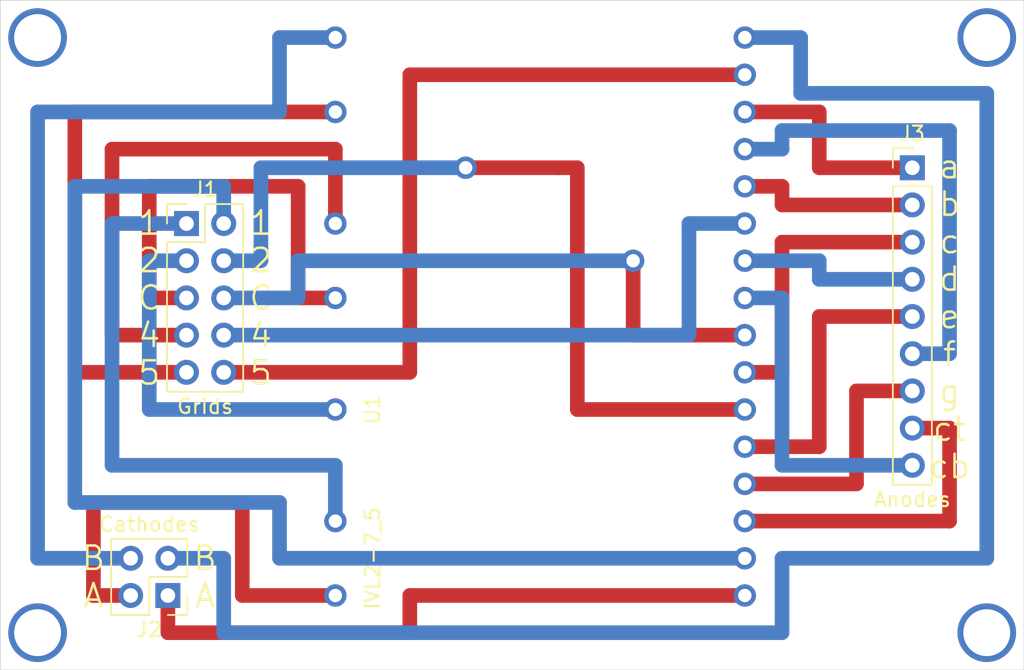
<source format=kicad_pcb>
(kicad_pcb (version 20171130) (host pcbnew "(5.1.0)-1")

  (general
    (thickness 1.6)
    (drawings 9)
    (tracks 106)
    (zones 0)
    (modules 4)
    (nets 24)
  )

  (page A4)
  (layers
    (0 F.Cu signal)
    (31 B.Cu signal)
    (32 B.Adhes user)
    (33 F.Adhes user)
    (34 B.Paste user)
    (35 F.Paste user)
    (36 B.SilkS user)
    (37 F.SilkS user)
    (38 B.Mask user)
    (39 F.Mask user)
    (40 Dwgs.User user)
    (41 Cmts.User user)
    (42 Eco1.User user)
    (43 Eco2.User user)
    (44 Edge.Cuts user)
    (45 Margin user)
    (46 B.CrtYd user)
    (47 F.CrtYd user)
    (48 B.Fab user)
    (49 F.Fab user)
  )

  (setup
    (last_trace_width 1)
    (user_trace_width 1)
    (trace_clearance 0.2)
    (zone_clearance 0.508)
    (zone_45_only no)
    (trace_min 0.2)
    (via_size 0.8)
    (via_drill 0.4)
    (via_min_size 0.4)
    (via_min_drill 0.3)
    (uvia_size 0.3)
    (uvia_drill 0.1)
    (uvias_allowed no)
    (uvia_min_size 0.2)
    (uvia_min_drill 0.1)
    (edge_width 0.05)
    (segment_width 0.2)
    (pcb_text_width 0.3)
    (pcb_text_size 1.5 1.5)
    (mod_edge_width 0.12)
    (mod_text_size 1 1)
    (mod_text_width 0.15)
    (pad_size 1.524 1.524)
    (pad_drill 0.762)
    (pad_to_mask_clearance 0.051)
    (solder_mask_min_width 0.25)
    (aux_axis_origin 0 0)
    (visible_elements 7FFFFFFF)
    (pcbplotparams
      (layerselection 0x010fc_ffffffff)
      (usegerberextensions false)
      (usegerberattributes false)
      (usegerberadvancedattributes false)
      (creategerberjobfile false)
      (excludeedgelayer true)
      (linewidth 0.100000)
      (plotframeref false)
      (viasonmask false)
      (mode 1)
      (useauxorigin false)
      (hpglpennumber 1)
      (hpglpenspeed 20)
      (hpglpendiameter 15.000000)
      (psnegative false)
      (psa4output false)
      (plotreference true)
      (plotvalue true)
      (plotinvisibletext false)
      (padsonsilk false)
      (subtractmaskfromsilk false)
      (outputformat 1)
      (mirror false)
      (drillshape 1)
      (scaleselection 1)
      (outputdirectory ""))
  )

  (net 0 "")
  (net 1 "Net-(J3-Pad9)")
  (net 2 "Net-(J3-Pad8)")
  (net 3 "Net-(J3-Pad7)")
  (net 4 "Net-(J3-Pad6)")
  (net 5 "Net-(J3-Pad5)")
  (net 6 "Net-(J3-Pad4)")
  (net 7 "Net-(J3-Pad3)")
  (net 8 "Net-(J3-Pad2)")
  (net 9 "Net-(J3-Pad1)")
  (net 10 "Net-(J2-Pad2b)")
  (net 11 "Net-(J1-Pad5a)")
  (net 12 "Net-(J1-Pad4a)")
  (net 13 "Net-(J1-Pad3a)")
  (net 14 "Net-(J1-Pad2a)")
  (net 15 "Net-(J1-Pad1a)")
  (net 16 "Net-(J2-Pad1b)")
  (net 17 "Net-(J2-Pad1a)")
  (net 18 "Net-(J1-Pad1b)")
  (net 19 "Net-(J1-Pad2b)")
  (net 20 "Net-(J1-Pad3b)")
  (net 21 "Net-(J1-Pad4b)")
  (net 22 "Net-(J1-Pad5b)")
  (net 23 "Net-(J2-Pad2a)")

  (net_class Default "This is the default net class."
    (clearance 0.2)
    (trace_width 0.25)
    (via_dia 0.8)
    (via_drill 0.4)
    (uvia_dia 0.3)
    (uvia_drill 0.1)
    (add_net "Net-(J1-Pad1a)")
    (add_net "Net-(J1-Pad1b)")
    (add_net "Net-(J1-Pad2a)")
    (add_net "Net-(J1-Pad2b)")
    (add_net "Net-(J1-Pad3a)")
    (add_net "Net-(J1-Pad3b)")
    (add_net "Net-(J1-Pad4a)")
    (add_net "Net-(J1-Pad4b)")
    (add_net "Net-(J1-Pad5a)")
    (add_net "Net-(J1-Pad5b)")
    (add_net "Net-(J2-Pad1a)")
    (add_net "Net-(J2-Pad1b)")
    (add_net "Net-(J2-Pad2a)")
    (add_net "Net-(J2-Pad2b)")
    (add_net "Net-(J3-Pad1)")
    (add_net "Net-(J3-Pad2)")
    (add_net "Net-(J3-Pad3)")
    (add_net "Net-(J3-Pad4)")
    (add_net "Net-(J3-Pad5)")
    (add_net "Net-(J3-Pad6)")
    (add_net "Net-(J3-Pad7)")
    (add_net "Net-(J3-Pad8)")
    (add_net "Net-(J3-Pad9)")
  )

  (module vfd:PinHeader_2x02_P2.54mm_Verticalab (layer F.Cu) (tedit 5CAD8518) (tstamp 5CADE4DB)
    (at 93.98 116.84 180)
    (descr "Through hole straight pin header, 2x02, 2.54mm pitch, double rows")
    (tags "Through hole pin header THT 2x02 2.54mm double row")
    (path /5CB06692)
    (fp_text reference J2 (at 1.27 -2.33 180) (layer F.SilkS)
      (effects (font (size 1 1) (thickness 0.15)))
    )
    (fp_text value Cathodes (at 1.27 4.87 180) (layer F.SilkS)
      (effects (font (size 1 1) (thickness 0.15)))
    )
    (fp_text user %R (at 1.27 1.27 270) (layer F.Fab)
      (effects (font (size 1 1) (thickness 0.15)))
    )
    (fp_line (start 4.35 -1.8) (end -1.8 -1.8) (layer F.CrtYd) (width 0.05))
    (fp_line (start 4.35 4.35) (end 4.35 -1.8) (layer F.CrtYd) (width 0.05))
    (fp_line (start -1.8 4.35) (end 4.35 4.35) (layer F.CrtYd) (width 0.05))
    (fp_line (start -1.8 -1.8) (end -1.8 4.35) (layer F.CrtYd) (width 0.05))
    (fp_line (start -1.33 -1.33) (end 0 -1.33) (layer F.SilkS) (width 0.12))
    (fp_line (start -1.33 0) (end -1.33 -1.33) (layer F.SilkS) (width 0.12))
    (fp_line (start 1.27 -1.33) (end 3.87 -1.33) (layer F.SilkS) (width 0.12))
    (fp_line (start 1.27 1.27) (end 1.27 -1.33) (layer F.SilkS) (width 0.12))
    (fp_line (start -1.33 1.27) (end 1.27 1.27) (layer F.SilkS) (width 0.12))
    (fp_line (start 3.87 -1.33) (end 3.87 3.87) (layer F.SilkS) (width 0.12))
    (fp_line (start -1.33 1.27) (end -1.33 3.87) (layer F.SilkS) (width 0.12))
    (fp_line (start -1.33 3.87) (end 3.87 3.87) (layer F.SilkS) (width 0.12))
    (fp_line (start -1.27 0) (end 0 -1.27) (layer F.Fab) (width 0.1))
    (fp_line (start -1.27 3.81) (end -1.27 0) (layer F.Fab) (width 0.1))
    (fp_line (start 3.81 3.81) (end -1.27 3.81) (layer F.Fab) (width 0.1))
    (fp_line (start 3.81 -1.27) (end 3.81 3.81) (layer F.Fab) (width 0.1))
    (fp_line (start 0 -1.27) (end 3.81 -1.27) (layer F.Fab) (width 0.1))
    (pad 2b thru_hole oval (at 2.54 2.54 180) (size 1.7 1.7) (drill 1) (layers *.Cu *.Mask)
      (net 10 "Net-(J2-Pad2b)"))
    (pad 2a thru_hole oval (at 0 2.54 180) (size 1.7 1.7) (drill 1) (layers *.Cu *.Mask)
      (net 23 "Net-(J2-Pad2a)"))
    (pad 1b thru_hole oval (at 2.54 0 180) (size 1.7 1.7) (drill 1) (layers *.Cu *.Mask)
      (net 16 "Net-(J2-Pad1b)"))
    (pad 1a thru_hole rect (at 0 0 180) (size 1.7 1.7) (drill 1) (layers *.Cu *.Mask)
      (net 17 "Net-(J2-Pad1a)"))
    (model ${KISYS3DMOD}/Connector_PinHeader_2.54mm.3dshapes/PinHeader_2x02_P2.54mm_Vertical.wrl
      (at (xyz 0 0 0))
      (scale (xyz 1 1 1))
      (rotate (xyz 0 0 0))
    )
  )

  (module vfd:PinHeader_2x05_P2.54mm_Verticalab (layer F.Cu) (tedit 5CAD8470) (tstamp 5CADE4C1)
    (at 95.25 91.44)
    (descr "Through hole straight pin header, 2x05, 2.54mm pitch, double rows")
    (tags "Through hole pin header THT 2x05 2.54mm double row")
    (path /5CB08418)
    (fp_text reference J1 (at 1.27 -2.33) (layer F.SilkS)
      (effects (font (size 1 1) (thickness 0.15)))
    )
    (fp_text value Grids (at 1.27 12.49) (layer F.SilkS)
      (effects (font (size 1 1) (thickness 0.15)))
    )
    (fp_text user %R (at 1.27 5.08 90) (layer F.Fab)
      (effects (font (size 1 1) (thickness 0.15)))
    )
    (fp_line (start 4.35 -1.8) (end -1.8 -1.8) (layer F.CrtYd) (width 0.05))
    (fp_line (start 4.35 11.95) (end 4.35 -1.8) (layer F.CrtYd) (width 0.05))
    (fp_line (start -1.8 11.95) (end 4.35 11.95) (layer F.CrtYd) (width 0.05))
    (fp_line (start -1.8 -1.8) (end -1.8 11.95) (layer F.CrtYd) (width 0.05))
    (fp_line (start -1.33 -1.33) (end 0 -1.33) (layer F.SilkS) (width 0.12))
    (fp_line (start -1.33 0) (end -1.33 -1.33) (layer F.SilkS) (width 0.12))
    (fp_line (start 1.27 -1.33) (end 3.87 -1.33) (layer F.SilkS) (width 0.12))
    (fp_line (start 1.27 1.27) (end 1.27 -1.33) (layer F.SilkS) (width 0.12))
    (fp_line (start -1.33 1.27) (end 1.27 1.27) (layer F.SilkS) (width 0.12))
    (fp_line (start 3.87 -1.33) (end 3.87 11.49) (layer F.SilkS) (width 0.12))
    (fp_line (start -1.33 1.27) (end -1.33 11.49) (layer F.SilkS) (width 0.12))
    (fp_line (start -1.33 11.49) (end 3.87 11.49) (layer F.SilkS) (width 0.12))
    (fp_line (start -1.27 0) (end 0 -1.27) (layer F.Fab) (width 0.1))
    (fp_line (start -1.27 11.43) (end -1.27 0) (layer F.Fab) (width 0.1))
    (fp_line (start 3.81 11.43) (end -1.27 11.43) (layer F.Fab) (width 0.1))
    (fp_line (start 3.81 -1.27) (end 3.81 11.43) (layer F.Fab) (width 0.1))
    (fp_line (start 0 -1.27) (end 3.81 -1.27) (layer F.Fab) (width 0.1))
    (pad 5b thru_hole oval (at 2.54 10.16) (size 1.7 1.7) (drill 1) (layers *.Cu *.Mask)
      (net 22 "Net-(J1-Pad5b)"))
    (pad 5a thru_hole oval (at 0 10.16) (size 1.7 1.7) (drill 1) (layers *.Cu *.Mask)
      (net 11 "Net-(J1-Pad5a)"))
    (pad 4b thru_hole oval (at 2.54 7.62) (size 1.7 1.7) (drill 1) (layers *.Cu *.Mask)
      (net 21 "Net-(J1-Pad4b)"))
    (pad 4a thru_hole oval (at 0 7.62) (size 1.7 1.7) (drill 1) (layers *.Cu *.Mask)
      (net 12 "Net-(J1-Pad4a)"))
    (pad 3b thru_hole oval (at 2.54 5.08) (size 1.7 1.7) (drill 1) (layers *.Cu *.Mask)
      (net 20 "Net-(J1-Pad3b)"))
    (pad 3a thru_hole oval (at 0 5.08) (size 1.7 1.7) (drill 1) (layers *.Cu *.Mask)
      (net 13 "Net-(J1-Pad3a)"))
    (pad 2b thru_hole oval (at 2.54 2.54) (size 1.7 1.7) (drill 1) (layers *.Cu *.Mask)
      (net 19 "Net-(J1-Pad2b)"))
    (pad 2a thru_hole oval (at 0 2.54) (size 1.7 1.7) (drill 1) (layers *.Cu *.Mask)
      (net 14 "Net-(J1-Pad2a)"))
    (pad 1b thru_hole oval (at 2.54 0) (size 1.7 1.7) (drill 1) (layers *.Cu *.Mask)
      (net 18 "Net-(J1-Pad1b)"))
    (pad 1a thru_hole rect (at 0 0) (size 1.7 1.7) (drill 1) (layers *.Cu *.Mask)
      (net 15 "Net-(J1-Pad1a)"))
    (model ${KISYS3DMOD}/Connector_PinHeader_2.54mm.3dshapes/PinHeader_2x05_P2.54mm_Vertical.wrl
      (at (xyz 0 0 0))
      (scale (xyz 1 1 1))
      (rotate (xyz 0 0 0))
    )
  )

  (module vfd:ILV2-7_5 (layer F.Cu) (tedit 5CAD7A49) (tstamp 5CADE513)
    (at 118.11 106.68)
    (path /5CB00048)
    (fp_text reference U1 (at -10.16 -2.54 90) (layer F.SilkS)
      (effects (font (size 1 1) (thickness 0.15)))
    )
    (fp_text value IVL2-7_5 (at -10.16 7.62 90) (layer F.SilkS)
      (effects (font (size 1 1) (thickness 0.15)))
    )
    (pad 17 thru_hole circle (at -12.7 -27.94) (size 1.524 1.524) (drill 0.914) (layers *.Cu *.Mask)
      (net 10 "Net-(J2-Pad2b)"))
    (pad 18 thru_hole circle (at -12.7 -22.86) (size 1.524 1.524) (drill 0.914) (layers *.Cu *.Mask)
      (net 11 "Net-(J1-Pad5a)"))
    (pad 19 thru_hole circle (at -12.7 -15.24) (size 1.524 1.524) (drill 0.914) (layers *.Cu *.Mask)
      (net 12 "Net-(J1-Pad4a)"))
    (pad 20 thru_hole circle (at -12.7 -10.16) (size 1.524 1.524) (drill 0.914) (layers *.Cu *.Mask)
      (net 13 "Net-(J1-Pad3a)"))
    (pad 21 thru_hole circle (at -12.7 -2.54) (size 1.524 1.524) (drill 0.914) (layers *.Cu *.Mask)
      (net 14 "Net-(J1-Pad2a)"))
    (pad 22 thru_hole circle (at -12.7 5.08) (size 1.524 1.524) (drill 0.914) (layers *.Cu *.Mask)
      (net 15 "Net-(J1-Pad1a)"))
    (pad 23 thru_hole circle (at -12.7 10.16) (size 1.524 1.524) (drill 0.914) (layers *.Cu *.Mask)
      (net 16 "Net-(J2-Pad1b)"))
    (pad 1 thru_hole circle (at 15.24 10.16) (size 1.524 1.524) (drill 0.914) (layers *.Cu *.Mask)
      (net 17 "Net-(J2-Pad1a)"))
    (pad 2 thru_hole circle (at 15.24 7.62) (size 1.524 1.524) (drill 0.914) (layers *.Cu *.Mask)
      (net 18 "Net-(J1-Pad1b)"))
    (pad 3 thru_hole circle (at 15.24 5.08) (size 1.524 1.524) (drill 0.914) (layers *.Cu *.Mask)
      (net 2 "Net-(J3-Pad8)"))
    (pad 4 thru_hole circle (at 15.24 2.54) (size 1.524 1.524) (drill 0.914) (layers *.Cu *.Mask)
      (net 3 "Net-(J3-Pad7)"))
    (pad 5 thru_hole circle (at 15.24 0) (size 1.524 1.524) (drill 0.914) (layers *.Cu *.Mask)
      (net 5 "Net-(J3-Pad5)"))
    (pad 6 thru_hole circle (at 15.24 -2.54) (size 1.524 1.524) (drill 0.914) (layers *.Cu *.Mask)
      (net 19 "Net-(J1-Pad2b)"))
    (pad 7 thru_hole circle (at 15.24 -5.08) (size 1.524 1.524) (drill 0.914) (layers *.Cu *.Mask)
      (net 7 "Net-(J3-Pad3)"))
    (pad 8 thru_hole circle (at 15.24 -7.62) (size 1.524 1.524) (drill 0.914) (layers *.Cu *.Mask)
      (net 20 "Net-(J1-Pad3b)"))
    (pad 9 thru_hole circle (at 15.24 -10.16) (size 1.524 1.524) (drill 0.914) (layers *.Cu *.Mask)
      (net 1 "Net-(J3-Pad9)"))
    (pad 10 thru_hole circle (at 15.24 -12.7) (size 1.524 1.524) (drill 0.914) (layers *.Cu *.Mask)
      (net 6 "Net-(J3-Pad4)"))
    (pad 11 thru_hole circle (at 15.24 -15.24) (size 1.524 1.524) (drill 0.914) (layers *.Cu *.Mask)
      (net 21 "Net-(J1-Pad4b)"))
    (pad 12 thru_hole circle (at 15.24 -17.78) (size 1.524 1.524) (drill 0.914) (layers *.Cu *.Mask)
      (net 8 "Net-(J3-Pad2)"))
    (pad 13 thru_hole circle (at 15.24 -20.32) (size 1.524 1.524) (drill 0.914) (layers *.Cu *.Mask)
      (net 4 "Net-(J3-Pad6)"))
    (pad 14 thru_hole circle (at 15.24 -22.86) (size 1.524 1.524) (drill 0.914) (layers *.Cu *.Mask)
      (net 9 "Net-(J3-Pad1)"))
    (pad 15 thru_hole circle (at 15.24 -25.4) (size 1.524 1.524) (drill 0.914) (layers *.Cu *.Mask)
      (net 22 "Net-(J1-Pad5b)"))
    (pad 16 thru_hole circle (at 15.24 -27.94) (size 1.524 1.524) (drill 0.914) (layers *.Cu *.Mask)
      (net 23 "Net-(J2-Pad2a)"))
  )

  (module Connector_PinHeader_2.54mm:PinHeader_1x09_P2.54mm_Vertical (layer F.Cu) (tedit 59FED5CC) (tstamp 5CADE4F8)
    (at 144.78 87.63)
    (descr "Through hole straight pin header, 1x09, 2.54mm pitch, single row")
    (tags "Through hole pin header THT 1x09 2.54mm single row")
    (path /5CB04F7A)
    (fp_text reference J3 (at 0 -2.33) (layer F.SilkS)
      (effects (font (size 1 1) (thickness 0.15)))
    )
    (fp_text value Anodes (at 0 22.65) (layer F.SilkS)
      (effects (font (size 1 1) (thickness 0.15)))
    )
    (fp_text user %R (at 0 10.16 90) (layer F.Fab)
      (effects (font (size 1 1) (thickness 0.15)))
    )
    (fp_line (start 1.8 -1.8) (end -1.8 -1.8) (layer F.CrtYd) (width 0.05))
    (fp_line (start 1.8 22.1) (end 1.8 -1.8) (layer F.CrtYd) (width 0.05))
    (fp_line (start -1.8 22.1) (end 1.8 22.1) (layer F.CrtYd) (width 0.05))
    (fp_line (start -1.8 -1.8) (end -1.8 22.1) (layer F.CrtYd) (width 0.05))
    (fp_line (start -1.33 -1.33) (end 0 -1.33) (layer F.SilkS) (width 0.12))
    (fp_line (start -1.33 0) (end -1.33 -1.33) (layer F.SilkS) (width 0.12))
    (fp_line (start -1.33 1.27) (end 1.33 1.27) (layer F.SilkS) (width 0.12))
    (fp_line (start 1.33 1.27) (end 1.33 21.65) (layer F.SilkS) (width 0.12))
    (fp_line (start -1.33 1.27) (end -1.33 21.65) (layer F.SilkS) (width 0.12))
    (fp_line (start -1.33 21.65) (end 1.33 21.65) (layer F.SilkS) (width 0.12))
    (fp_line (start -1.27 -0.635) (end -0.635 -1.27) (layer F.Fab) (width 0.1))
    (fp_line (start -1.27 21.59) (end -1.27 -0.635) (layer F.Fab) (width 0.1))
    (fp_line (start 1.27 21.59) (end -1.27 21.59) (layer F.Fab) (width 0.1))
    (fp_line (start 1.27 -1.27) (end 1.27 21.59) (layer F.Fab) (width 0.1))
    (fp_line (start -0.635 -1.27) (end 1.27 -1.27) (layer F.Fab) (width 0.1))
    (pad 9 thru_hole oval (at 0 20.32) (size 1.7 1.7) (drill 1) (layers *.Cu *.Mask)
      (net 1 "Net-(J3-Pad9)"))
    (pad 8 thru_hole oval (at 0 17.78) (size 1.7 1.7) (drill 1) (layers *.Cu *.Mask)
      (net 2 "Net-(J3-Pad8)"))
    (pad 7 thru_hole oval (at 0 15.24) (size 1.7 1.7) (drill 1) (layers *.Cu *.Mask)
      (net 3 "Net-(J3-Pad7)"))
    (pad 6 thru_hole oval (at 0 12.7) (size 1.7 1.7) (drill 1) (layers *.Cu *.Mask)
      (net 4 "Net-(J3-Pad6)"))
    (pad 5 thru_hole oval (at 0 10.16) (size 1.7 1.7) (drill 1) (layers *.Cu *.Mask)
      (net 5 "Net-(J3-Pad5)"))
    (pad 4 thru_hole oval (at 0 7.62) (size 1.7 1.7) (drill 1) (layers *.Cu *.Mask)
      (net 6 "Net-(J3-Pad4)"))
    (pad 3 thru_hole oval (at 0 5.08) (size 1.7 1.7) (drill 1) (layers *.Cu *.Mask)
      (net 7 "Net-(J3-Pad3)"))
    (pad 2 thru_hole oval (at 0 2.54) (size 1.7 1.7) (drill 1) (layers *.Cu *.Mask)
      (net 8 "Net-(J3-Pad2)"))
    (pad 1 thru_hole rect (at 0 0) (size 1.7 1.7) (drill 1) (layers *.Cu *.Mask)
      (net 9 "Net-(J3-Pad1)"))
    (model ${KISYS3DMOD}/Connector_PinHeader_2.54mm.3dshapes/PinHeader_1x09_P2.54mm_Vertical.wrl
      (at (xyz 0 0 0))
      (scale (xyz 1 1 1))
      (rotate (xyz 0 0 0))
    )
  )

  (gr_line (start 152.4 76.2) (end 82.55 76.2) (layer Edge.Cuts) (width 0.05) (tstamp 5CADFB1D))
  (gr_line (start 152.4 121.92) (end 152.4 76.2) (layer Edge.Cuts) (width 0.05))
  (gr_line (start 82.55 121.92) (end 152.4 121.92) (layer Edge.Cuts) (width 0.05))
  (gr_line (start 82.55 76.2) (end 82.55 121.92) (layer Edge.Cuts) (width 0.05))
  (gr_text "1\n2\nC\n4\n5" (at 100.33 96.52) (layer F.SilkS) (tstamp 5CADFB10)
    (effects (font (size 1.59 1.59) (thickness 0.175)))
  )
  (gr_text "1\n2\nC\n4\n5" (at 92.71 96.52) (layer F.SilkS) (tstamp 5CADFAE5)
    (effects (font (size 1.59 1.59) (thickness 0.175)))
  )
  (gr_text "B\nA" (at 96.52 115.57) (layer F.SilkS) (tstamp 5CADFAA6)
    (effects (font (size 1.59 1.59) (thickness 0.175)))
  )
  (gr_text "B\nA" (at 88.9 115.57) (layer F.SilkS) (tstamp 5CADFA9F)
    (effects (font (size 1.59 1.59) (thickness 0.175)))
  )
  (gr_text "a\nb\nc\nd\ne\nf\ng\nct\ncb" (at 147.32 97.79) (layer F.SilkS)
    (effects (font (size 1.59 1.59) (thickness 0.175)))
  )

  (via (at 85.09 119.38) (size 4) (drill 3.2) (layers F.Cu B.Cu) (net 0))
  (via (at 149.86 119.38) (size 4) (drill 3.2) (layers F.Cu B.Cu) (net 0) (tstamp 5CAD97AE))
  (via (at 85.09 78.74) (size 4) (drill 3.2) (layers F.Cu B.Cu) (net 0) (tstamp 5CAD97B0))
  (via (at 149.86 78.74) (size 4) (drill 3.2) (layers F.Cu B.Cu) (net 0) (tstamp 5CAD97B2))
  (segment (start 135.89 96.52) (end 133.35 96.52) (width 1) (layer B.Cu) (net 1))
  (segment (start 135.89 107.95) (end 135.89 96.52) (width 1) (layer B.Cu) (net 1))
  (segment (start 144.78 107.95) (end 135.89 107.95) (width 1) (layer B.Cu) (net 1))
  (segment (start 147.32 111.76) (end 147.32 105.41) (width 1) (layer F.Cu) (net 2))
  (segment (start 146.05 105.41) (end 144.78 105.41) (width 1) (layer F.Cu) (net 2))
  (segment (start 133.35 111.76) (end 147.32 111.76) (width 1) (layer F.Cu) (net 2))
  (segment (start 147.32 105.41) (end 146.05 105.41) (width 1) (layer F.Cu) (net 2))
  (segment (start 140.97 109.22) (end 133.35 109.22) (width 1) (layer F.Cu) (net 3))
  (segment (start 140.97 102.87) (end 140.97 109.22) (width 1) (layer F.Cu) (net 3))
  (segment (start 140.97 102.87) (end 144.78 102.87) (width 1) (layer F.Cu) (net 3))
  (segment (start 135.89 86.36) (end 133.35 86.36) (width 1) (layer B.Cu) (net 4))
  (segment (start 144.78 100.33) (end 147.32 100.33) (width 1) (layer B.Cu) (net 4))
  (segment (start 135.89 85.09) (end 147.32 85.09) (width 1) (layer B.Cu) (net 4))
  (segment (start 147.32 100.33) (end 147.32 85.09) (width 1) (layer B.Cu) (net 4))
  (segment (start 135.89 85.09) (end 135.89 86.36) (width 1) (layer B.Cu) (net 4))
  (segment (start 138.43 106.68) (end 133.35 106.68) (width 1) (layer F.Cu) (net 5))
  (segment (start 138.43 97.79) (end 138.43 106.68) (width 1) (layer F.Cu) (net 5))
  (segment (start 138.43 97.79) (end 144.78 97.79) (width 1) (layer F.Cu) (net 5))
  (segment (start 138.43 95.25) (end 138.43 93.98) (width 1) (layer B.Cu) (net 6))
  (segment (start 138.43 93.98) (end 133.35 93.98) (width 1) (layer B.Cu) (net 6))
  (segment (start 138.43 95.25) (end 144.78 95.25) (width 1) (layer B.Cu) (net 6))
  (segment (start 135.89 101.6) (end 133.35 101.6) (width 1) (layer F.Cu) (net 7))
  (segment (start 135.89 92.71) (end 135.89 101.6) (width 1) (layer F.Cu) (net 7))
  (segment (start 135.89 92.71) (end 144.78 92.71) (width 1) (layer F.Cu) (net 7))
  (segment (start 135.89 88.9) (end 133.35 88.9) (width 1) (layer F.Cu) (net 8))
  (segment (start 135.89 90.17) (end 135.89 88.9) (width 1) (layer F.Cu) (net 8))
  (segment (start 135.89 90.17) (end 144.78 90.17) (width 1) (layer F.Cu) (net 8))
  (segment (start 138.43 87.63) (end 138.43 83.82) (width 1) (layer F.Cu) (net 9))
  (segment (start 138.43 83.82) (end 133.35 83.82) (width 1) (layer F.Cu) (net 9))
  (segment (start 138.43 87.63) (end 144.78 87.63) (width 1) (layer F.Cu) (net 9))
  (segment (start 91.44 114.3) (end 85.09 114.3) (width 1) (layer B.Cu) (net 10))
  (segment (start 85.09 83.82) (end 101.6 83.82) (width 1) (layer B.Cu) (net 10))
  (segment (start 85.09 83.82) (end 85.09 114.3) (width 1) (layer B.Cu) (net 10))
  (segment (start 101.6 83.82) (end 101.6 78.74) (width 1) (layer B.Cu) (net 10))
  (segment (start 105.41 78.74) (end 101.6 78.74) (width 1) (layer B.Cu) (net 10))
  (segment (start 87.63 83.82) (end 87.63 101.6) (width 1) (layer F.Cu) (net 11))
  (segment (start 92.71 101.6) (end 95.25 101.6) (width 1) (layer F.Cu) (net 11))
  (segment (start 105.41 83.82) (end 87.63 83.82) (width 1) (layer F.Cu) (net 11))
  (segment (start 87.63 101.6) (end 92.71 101.6) (width 1) (layer F.Cu) (net 11))
  (segment (start 92.71 99.06) (end 95.25 99.06) (width 1) (layer F.Cu) (net 12))
  (segment (start 90.17 99.06) (end 92.71 99.06) (width 1) (layer F.Cu) (net 12))
  (segment (start 90.17 86.36) (end 90.17 99.06) (width 1) (layer F.Cu) (net 12))
  (segment (start 105.41 91.44) (end 105.41 86.36) (width 1) (layer F.Cu) (net 12))
  (segment (start 105.41 86.36) (end 90.17 86.36) (width 1) (layer F.Cu) (net 12))
  (segment (start 102.87 88.9) (end 102.87 96.52) (width 1) (layer F.Cu) (net 13))
  (segment (start 92.71 96.52) (end 92.71 88.9) (width 1) (layer F.Cu) (net 13))
  (segment (start 102.87 96.52) (end 105.41 96.52) (width 1) (layer F.Cu) (net 13))
  (segment (start 92.71 96.52) (end 95.25 96.52) (width 1) (layer F.Cu) (net 13))
  (segment (start 92.71 88.9) (end 102.87 88.9) (width 1) (layer F.Cu) (net 13))
  (segment (start 92.71 104.14) (end 92.71 93.98) (width 1) (layer B.Cu) (net 14))
  (segment (start 92.71 93.98) (end 95.25 93.98) (width 1) (layer B.Cu) (net 14))
  (segment (start 92.71 104.14) (end 105.41 104.14) (width 1) (layer B.Cu) (net 14))
  (segment (start 95.25 91.44) (end 90.17 91.44) (width 1) (layer B.Cu) (net 15))
  (segment (start 105.41 111.76) (end 105.41 107.95) (width 1) (layer B.Cu) (net 15))
  (segment (start 105.41 107.95) (end 90.17 107.95) (width 1) (layer B.Cu) (net 15))
  (segment (start 90.17 91.44) (end 90.17 107.95) (width 1) (layer B.Cu) (net 15))
  (segment (start 105.41 116.84) (end 99.06 116.84) (width 1) (layer F.Cu) (net 16))
  (segment (start 99.06 116.84) (end 99.06 110.49) (width 1) (layer F.Cu) (net 16))
  (segment (start 88.9 110.49) (end 88.9 116.84) (width 1) (layer F.Cu) (net 16))
  (segment (start 88.9 116.84) (end 91.44 116.84) (width 1) (layer F.Cu) (net 16))
  (segment (start 99.06 110.49) (end 88.9 110.49) (width 1) (layer F.Cu) (net 16))
  (segment (start 93.98 116.84) (end 93.98 119.38) (width 1) (layer F.Cu) (net 17))
  (segment (start 93.98 119.38) (end 110.49 119.38) (width 1) (layer F.Cu) (net 17))
  (segment (start 110.49 119.38) (end 110.49 116.84) (width 1) (layer F.Cu) (net 17))
  (segment (start 110.49 116.84) (end 133.35 116.84) (width 1) (layer F.Cu) (net 17))
  (segment (start 97.79 88.9) (end 97.79 91.44) (width 1) (layer B.Cu) (net 18))
  (segment (start 87.63 88.9) (end 97.79 88.9) (width 1) (layer B.Cu) (net 18))
  (segment (start 87.63 110.49) (end 87.63 88.9) (width 1) (layer B.Cu) (net 18))
  (segment (start 101.6 110.49) (end 87.63 110.49) (width 1) (layer B.Cu) (net 18))
  (segment (start 101.6 114.3) (end 101.6 110.49) (width 1) (layer B.Cu) (net 18))
  (segment (start 133.35 114.3) (end 101.6 114.3) (width 1) (layer B.Cu) (net 18))
  (segment (start 121.92 87.63) (end 120.65 87.63) (width 1) (layer F.Cu) (net 19))
  (segment (start 133.35 104.14) (end 121.92 104.14) (width 1) (layer F.Cu) (net 19))
  (segment (start 121.92 104.14) (end 121.92 87.63) (width 1) (layer F.Cu) (net 19))
  (segment (start 120.65 87.63) (end 114.3 87.63) (width 1) (layer F.Cu) (net 19))
  (segment (start 100.33 87.63) (end 114.3 87.63) (width 1) (layer B.Cu) (net 19))
  (segment (start 114.3 87.63) (end 114.3 87.63) (width 1) (layer B.Cu) (net 19) (tstamp 5CADF623))
  (via (at 114.3 87.63) (size 1.524) (drill 0.914) (layers F.Cu B.Cu) (net 19))
  (segment (start 100.33 93.98) (end 100.33 87.63) (width 1) (layer B.Cu) (net 19))
  (segment (start 97.79 93.98) (end 100.33 93.98) (width 1) (layer B.Cu) (net 19))
  (segment (start 133.35 99.06) (end 125.73 99.06) (width 1) (layer F.Cu) (net 20))
  (segment (start 125.73 99.06) (end 125.73 93.98) (width 1) (layer F.Cu) (net 20))
  (segment (start 125.73 93.98) (end 125.73 93.98) (width 1) (layer B.Cu) (net 20) (tstamp 5CADF625))
  (via (at 125.73 93.98) (size 1.524) (drill 0.914) (layers F.Cu B.Cu) (net 20))
  (segment (start 102.87 96.52) (end 102.87 93.98) (width 1) (layer B.Cu) (net 20))
  (segment (start 102.87 93.98) (end 125.73 93.98) (width 1) (layer B.Cu) (net 20))
  (segment (start 102.87 96.52) (end 97.79 96.52) (width 1) (layer B.Cu) (net 20))
  (segment (start 129.54 99.06) (end 129.54 91.44) (width 1) (layer B.Cu) (net 21))
  (segment (start 129.54 91.44) (end 133.35 91.44) (width 1) (layer B.Cu) (net 21))
  (segment (start 129.54 99.06) (end 97.79 99.06) (width 1) (layer B.Cu) (net 21))
  (segment (start 110.49 81.28) (end 110.49 101.6) (width 1) (layer F.Cu) (net 22))
  (segment (start 133.35 81.28) (end 110.49 81.28) (width 1) (layer F.Cu) (net 22))
  (segment (start 110.49 101.6) (end 97.79 101.6) (width 1) (layer F.Cu) (net 22))
  (segment (start 137.16 78.74) (end 133.35 78.74) (width 1) (layer B.Cu) (net 23))
  (segment (start 149.86 82.55) (end 137.16 82.55) (width 1) (layer B.Cu) (net 23))
  (segment (start 97.79 114.3) (end 97.79 119.38) (width 1) (layer B.Cu) (net 23))
  (segment (start 93.98 114.3) (end 97.79 114.3) (width 1) (layer B.Cu) (net 23))
  (segment (start 97.79 119.38) (end 135.89 119.38) (width 1) (layer B.Cu) (net 23))
  (segment (start 135.89 119.38) (end 135.89 114.3) (width 1) (layer B.Cu) (net 23))
  (segment (start 137.16 82.55) (end 137.16 78.74) (width 1) (layer B.Cu) (net 23))
  (segment (start 135.89 114.3) (end 149.86 114.3) (width 1) (layer B.Cu) (net 23))
  (segment (start 149.86 114.3) (end 149.86 82.55) (width 1) (layer B.Cu) (net 23))

)

</source>
